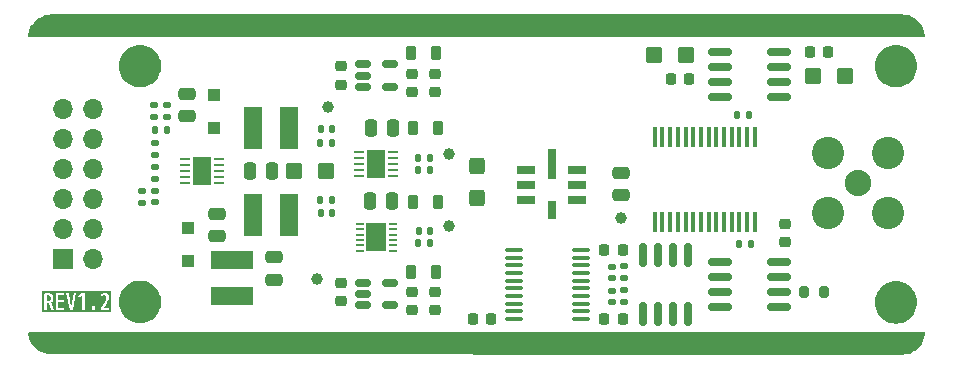
<source format=gbr>
%TF.GenerationSoftware,KiCad,Pcbnew,(6.0.5)*%
%TF.CreationDate,2022-10-08T22:42:16+08:00*%
%TF.ProjectId,LabPrecisionVoltageSource_V1.2,4c616250-7265-4636-9973-696f6e566f6c,rev?*%
%TF.SameCoordinates,Original*%
%TF.FileFunction,Soldermask,Top*%
%TF.FilePolarity,Negative*%
%FSLAX46Y46*%
G04 Gerber Fmt 4.6, Leading zero omitted, Abs format (unit mm)*
G04 Created by KiCad (PCBNEW (6.0.5)) date 2022-10-08 22:42:16*
%MOMM*%
%LPD*%
G01*
G04 APERTURE LIST*
G04 Aperture macros list*
%AMRoundRect*
0 Rectangle with rounded corners*
0 $1 Rounding radius*
0 $2 $3 $4 $5 $6 $7 $8 $9 X,Y pos of 4 corners*
0 Add a 4 corners polygon primitive as box body*
4,1,4,$2,$3,$4,$5,$6,$7,$8,$9,$2,$3,0*
0 Add four circle primitives for the rounded corners*
1,1,$1+$1,$2,$3*
1,1,$1+$1,$4,$5*
1,1,$1+$1,$6,$7*
1,1,$1+$1,$8,$9*
0 Add four rect primitives between the rounded corners*
20,1,$1+$1,$2,$3,$4,$5,0*
20,1,$1+$1,$4,$5,$6,$7,0*
20,1,$1+$1,$6,$7,$8,$9,0*
20,1,$1+$1,$8,$9,$2,$3,0*%
G04 Aperture macros list end*
%ADD10C,2.240000*%
%ADD11C,2.740000*%
%ADD12RoundRect,0.225000X0.250000X-0.225000X0.250000X0.225000X-0.250000X0.225000X-0.250000X-0.225000X0*%
%ADD13C,2.200000*%
%ADD14RoundRect,0.218750X-0.218750X-0.381250X0.218750X-0.381250X0.218750X0.381250X-0.218750X0.381250X0*%
%ADD15RoundRect,0.150000X0.150000X-0.825000X0.150000X0.825000X-0.150000X0.825000X-0.150000X-0.825000X0*%
%ADD16RoundRect,0.150000X-0.512500X-0.150000X0.512500X-0.150000X0.512500X0.150000X-0.512500X0.150000X0*%
%ADD17RoundRect,0.225000X0.225000X0.250000X-0.225000X0.250000X-0.225000X-0.250000X0.225000X-0.250000X0*%
%ADD18R,0.700000X0.250000*%
%ADD19R,1.660000X2.380000*%
%ADD20R,1.700000X1.700000*%
%ADD21O,1.700000X1.700000*%
%ADD22RoundRect,0.225000X-0.225000X-0.250000X0.225000X-0.250000X0.225000X0.250000X-0.225000X0.250000X0*%
%ADD23C,1.000000*%
%ADD24RoundRect,0.062500X-0.362500X-0.062500X0.362500X-0.062500X0.362500X0.062500X-0.362500X0.062500X0*%
%ADD25R,1.650000X2.380000*%
%ADD26RoundRect,0.140000X-0.170000X0.140000X-0.170000X-0.140000X0.170000X-0.140000X0.170000X0.140000X0*%
%ADD27RoundRect,0.250000X-0.425000X0.450000X-0.425000X-0.450000X0.425000X-0.450000X0.425000X0.450000X0*%
%ADD28RoundRect,0.135000X-0.135000X-0.185000X0.135000X-0.185000X0.135000X0.185000X-0.135000X0.185000X0*%
%ADD29RoundRect,0.250000X-0.450000X-0.425000X0.450000X-0.425000X0.450000X0.425000X-0.450000X0.425000X0*%
%ADD30R,1.100000X1.100000*%
%ADD31RoundRect,0.150000X-0.825000X-0.150000X0.825000X-0.150000X0.825000X0.150000X-0.825000X0.150000X0*%
%ADD32RoundRect,0.250000X0.250000X0.475000X-0.250000X0.475000X-0.250000X-0.475000X0.250000X-0.475000X0*%
%ADD33R,0.450000X1.750000*%
%ADD34R,3.600000X1.500000*%
%ADD35R,1.500000X3.600000*%
%ADD36RoundRect,0.135000X-0.185000X0.135000X-0.185000X-0.135000X0.185000X-0.135000X0.185000X0.135000X0*%
%ADD37RoundRect,0.135000X0.185000X-0.135000X0.185000X0.135000X-0.185000X0.135000X-0.185000X-0.135000X0*%
%ADD38RoundRect,0.140000X0.140000X0.170000X-0.140000X0.170000X-0.140000X-0.170000X0.140000X-0.170000X0*%
%ADD39RoundRect,0.250000X-0.475000X0.250000X-0.475000X-0.250000X0.475000X-0.250000X0.475000X0.250000X0*%
%ADD40RoundRect,0.140000X0.170000X-0.140000X0.170000X0.140000X-0.170000X0.140000X-0.170000X-0.140000X0*%
%ADD41RoundRect,0.140000X-0.140000X-0.170000X0.140000X-0.170000X0.140000X0.170000X-0.140000X0.170000X0*%
%ADD42RoundRect,0.100000X0.637500X0.100000X-0.637500X0.100000X-0.637500X-0.100000X0.637500X-0.100000X0*%
%ADD43RoundRect,0.250000X0.475000X-0.250000X0.475000X0.250000X-0.475000X0.250000X-0.475000X-0.250000X0*%
%ADD44RoundRect,0.250000X0.450000X0.425000X-0.450000X0.425000X-0.450000X-0.425000X0.450000X-0.425000X0*%
%ADD45RoundRect,0.250000X-0.250000X-0.475000X0.250000X-0.475000X0.250000X0.475000X-0.250000X0.475000X0*%
%ADD46RoundRect,0.200000X0.200000X0.275000X-0.200000X0.275000X-0.200000X-0.275000X0.200000X-0.275000X0*%
%ADD47RoundRect,0.135000X0.135000X0.185000X-0.135000X0.185000X-0.135000X-0.185000X0.135000X-0.185000X0*%
%ADD48R,1.500000X0.700000*%
%ADD49R,0.700000X1.500000*%
%ADD50R,0.700000X2.500000*%
G04 APERTURE END LIST*
%TO.C,kibuzzard-63418A4B*%
G36*
X120304717Y-103836400D02*
G01*
X126095282Y-103836400D01*
X126095282Y-105563600D01*
X120304717Y-105563600D01*
X120304717Y-105404850D01*
X120463467Y-105404850D01*
X120676827Y-105404850D01*
X120676827Y-104827635D01*
X120751122Y-104827635D01*
X120866375Y-104864782D01*
X120902808Y-104918361D01*
X120934002Y-105004800D01*
X121044492Y-105404850D01*
X121263567Y-105404850D01*
X121454067Y-105404850D01*
X122120817Y-105404850D01*
X122120817Y-105239115D01*
X121667427Y-105239115D01*
X121667427Y-104738100D01*
X122101767Y-104738100D01*
X122101767Y-104576175D01*
X121667427Y-104576175D01*
X121667427Y-104179935D01*
X122120817Y-104179935D01*
X122120817Y-104014200D01*
X122301792Y-104014200D01*
X122610402Y-105404850D01*
X122858052Y-105404850D01*
X123083494Y-104395200D01*
X123351448Y-104395200D01*
X123679108Y-104212320D01*
X123682917Y-104214225D01*
X123682917Y-105404850D01*
X123896277Y-105404850D01*
X124492543Y-105404850D01*
X124797343Y-105404850D01*
X125250733Y-105404850D01*
X125936532Y-105404850D01*
X125936532Y-105239115D01*
X125471713Y-105239115D01*
X125471713Y-105235305D01*
X125583453Y-105102193D01*
X125678643Y-104977178D01*
X125757284Y-104860258D01*
X125819375Y-104751435D01*
X125879171Y-104615545D01*
X125915048Y-104487275D01*
X125927008Y-104366625D01*
X125905338Y-104205891D01*
X125840330Y-104089448D01*
X125734364Y-104018724D01*
X125589822Y-103995150D01*
X125469173Y-104006157D01*
X125356143Y-104039177D01*
X125250733Y-104094210D01*
X125250733Y-104273280D01*
X125358048Y-104210838D01*
X125456473Y-104173373D01*
X125546008Y-104160885D01*
X125670785Y-104212320D01*
X125701503Y-104278995D01*
X125711743Y-104376150D01*
X125702334Y-104480536D01*
X125674109Y-104591221D01*
X125627067Y-104708203D01*
X125561209Y-104831484D01*
X125476533Y-104961063D01*
X125373041Y-105096940D01*
X125250733Y-105239115D01*
X125250733Y-105404850D01*
X124797343Y-105404850D01*
X124797343Y-105081000D01*
X124492543Y-105081000D01*
X124492543Y-105404850D01*
X123896277Y-105404850D01*
X123896277Y-104014200D01*
X123684822Y-104014200D01*
X123351448Y-104208510D01*
X123351448Y-104395200D01*
X123083494Y-104395200D01*
X123168567Y-104014200D01*
X122957112Y-104014200D01*
X122739943Y-105214350D01*
X122738037Y-105214350D01*
X122520867Y-104014200D01*
X122301792Y-104014200D01*
X122120817Y-104014200D01*
X121454067Y-104014200D01*
X121454067Y-105404850D01*
X121263567Y-105404850D01*
X121145457Y-105016230D01*
X121084497Y-104866687D01*
X121012107Y-104772390D01*
X121012107Y-104768580D01*
X121105452Y-104714049D01*
X121172127Y-104636182D01*
X121212132Y-104534979D01*
X121225467Y-104410440D01*
X121213720Y-104279736D01*
X121178477Y-104174643D01*
X121119740Y-104095163D01*
X121035814Y-104039600D01*
X120925007Y-104006262D01*
X120787317Y-103995150D01*
X120677674Y-103999383D01*
X120569724Y-104012083D01*
X120463467Y-104033250D01*
X120463467Y-105404850D01*
X120304717Y-105404850D01*
X120304717Y-103836400D01*
G37*
G36*
X120888759Y-104175887D02*
G01*
X120960672Y-104220893D01*
X121003535Y-104298283D01*
X121017822Y-104410440D01*
X121002582Y-104527597D01*
X120956862Y-104604750D01*
X120874947Y-104647613D01*
X120751122Y-104661900D01*
X120676827Y-104661900D01*
X120676827Y-104176125D01*
X120787317Y-104160885D01*
X120888759Y-104175887D01*
G37*
%TD*%
D10*
%TO.C,J101*%
X189400000Y-94700000D03*
D11*
X186860000Y-92160000D03*
X191940000Y-92160000D03*
X186860000Y-97240000D03*
X191940000Y-97240000D03*
%TD*%
D12*
%TO.C,C205*%
X153571141Y-86950863D03*
X153571141Y-85400863D03*
%TD*%
D13*
%TO.C,H103*%
X128578396Y-84775865D03*
%TD*%
D14*
%TO.C,FB204*%
X151708643Y-96238866D03*
X153833643Y-96238866D03*
%TD*%
D15*
%TO.C,U501*%
X171177437Y-105753743D03*
X172447437Y-105753743D03*
X173717437Y-105753743D03*
X174987437Y-105753743D03*
X174987437Y-100803743D03*
X173717437Y-100803743D03*
X172447437Y-100803743D03*
X171177437Y-100803743D03*
%TD*%
D14*
%TO.C,FB203*%
X151508642Y-102175863D03*
X153633642Y-102175863D03*
%TD*%
D16*
%TO.C,U201*%
X147433641Y-84625863D03*
X147433641Y-85575863D03*
X147433641Y-86525863D03*
X149708641Y-86525863D03*
X149708641Y-84625863D03*
%TD*%
D17*
%TO.C,C405*%
X175046142Y-85875863D03*
X173496142Y-85875863D03*
%TD*%
D18*
%TO.C,U205*%
X147169142Y-98149864D03*
X147169142Y-98599864D03*
X147169142Y-99049864D03*
X147169142Y-99499864D03*
X147169142Y-99949864D03*
X147169142Y-100399864D03*
X149969142Y-100399864D03*
X149969142Y-99949864D03*
X149969142Y-99499864D03*
X149969142Y-99049864D03*
X149969142Y-98599864D03*
X149969142Y-98149864D03*
D19*
X148569142Y-99274864D03*
%TD*%
D20*
%TO.C,J102*%
X122081141Y-101069677D03*
D21*
X124621141Y-101069677D03*
X122081141Y-98529677D03*
X124621141Y-98529677D03*
X122081141Y-95989677D03*
X124621141Y-95989677D03*
X122081141Y-93449677D03*
X124621141Y-93449677D03*
X122081141Y-90909677D03*
X124621141Y-90909677D03*
X122081141Y-88369677D03*
X124621141Y-88369677D03*
%TD*%
D22*
%TO.C,C504*%
X167886671Y-100313456D03*
X169436671Y-100313456D03*
%TD*%
D23*
%TO.C,TP204*%
X154771140Y-98325864D03*
%TD*%
D24*
%TO.C,U202*%
X147104512Y-92075864D03*
X147104512Y-92575864D03*
X147104512Y-93075864D03*
X147104512Y-93575864D03*
X147104512Y-94075864D03*
X150004512Y-94075864D03*
X150004512Y-93575864D03*
X150004512Y-93075864D03*
X150004512Y-92575864D03*
X150004512Y-92075864D03*
D25*
X148554512Y-93075864D03*
%TD*%
D23*
%TO.C,TP301*%
X169321143Y-97625862D03*
%TD*%
D26*
%TO.C,C502*%
X168521142Y-101765863D03*
X168521142Y-102725863D03*
%TD*%
D27*
%TO.C,C301*%
X157099142Y-93273865D03*
X157099142Y-95973865D03*
%TD*%
D26*
%TO.C,C213*%
X129876144Y-91301865D03*
X129876144Y-92261865D03*
%TD*%
D12*
%TO.C,C202*%
X151571141Y-86950863D03*
X151571141Y-85400863D03*
%TD*%
D28*
%TO.C,R202*%
X143844144Y-91245863D03*
X144864144Y-91245863D03*
%TD*%
D12*
%TO.C,C211*%
X151571141Y-105450864D03*
X151571141Y-103900864D03*
%TD*%
D29*
%TO.C,C404*%
X172121141Y-83875863D03*
X174821141Y-83875863D03*
%TD*%
D30*
%TO.C,D201*%
X134829143Y-87178865D03*
X134829143Y-89978865D03*
%TD*%
D31*
%TO.C,U401*%
X177696142Y-83620862D03*
X177696142Y-84890862D03*
X177696142Y-86160862D03*
X177696142Y-87430862D03*
X182646142Y-87430862D03*
X182646142Y-86160862D03*
X182646142Y-84890862D03*
X182646142Y-83620862D03*
%TD*%
D32*
%TO.C,C220*%
X149935770Y-96188864D03*
X148035770Y-96188864D03*
%TD*%
D33*
%TO.C,U402*%
X180607439Y-90786142D03*
X179957439Y-90786142D03*
X179307439Y-90786142D03*
X178657439Y-90786142D03*
X178007439Y-90786142D03*
X177357439Y-90786142D03*
X176707439Y-90786142D03*
X176057439Y-90786142D03*
X175407439Y-90786142D03*
X174757439Y-90786142D03*
X174107439Y-90786142D03*
X173457439Y-90786142D03*
X172807439Y-90786142D03*
X172157439Y-90786142D03*
X172157439Y-97986142D03*
X172807439Y-97986142D03*
X173457439Y-97986142D03*
X174107439Y-97986142D03*
X174757439Y-97986142D03*
X175407439Y-97986142D03*
X176057439Y-97986142D03*
X176707439Y-97986142D03*
X177357439Y-97986142D03*
X178007439Y-97986142D03*
X178657439Y-97986142D03*
X179307439Y-97986142D03*
X179957439Y-97986142D03*
X180607439Y-97986142D03*
%TD*%
D34*
%TO.C,L203*%
X136353141Y-101150863D03*
X136353141Y-104200863D03*
%TD*%
D23*
%TO.C,TP201*%
X144471144Y-88275862D03*
%TD*%
D24*
%TO.C,U204*%
X132363143Y-92658865D03*
X132363143Y-93158865D03*
X132363143Y-93658865D03*
X132363143Y-94158865D03*
X132363143Y-94658865D03*
X135263143Y-94658865D03*
X135263143Y-94158865D03*
X135263143Y-93658865D03*
X135263143Y-93158865D03*
X135263143Y-92658865D03*
D25*
X133813143Y-93658865D03*
%TD*%
D35*
%TO.C,L202*%
X141180141Y-97341863D03*
X138130141Y-97341863D03*
%TD*%
D23*
%TO.C,TP203*%
X143571142Y-102775865D03*
%TD*%
D36*
%TO.C,R207*%
X128733142Y-95307865D03*
X128733142Y-96327865D03*
%TD*%
D37*
%TO.C,R204*%
X129714641Y-89075864D03*
X129714641Y-88055864D03*
%TD*%
D38*
%TO.C,C215*%
X144834142Y-97214861D03*
X143874142Y-97214861D03*
%TD*%
D32*
%TO.C,C208*%
X150012512Y-90027862D03*
X148112512Y-90027862D03*
%TD*%
D39*
%TO.C,C209*%
X132543141Y-87120863D03*
X132543141Y-89020863D03*
%TD*%
D40*
%TO.C,C218*%
X129876144Y-96297865D03*
X129876144Y-95337865D03*
%TD*%
D12*
%TO.C,C409*%
X183171142Y-99650863D03*
X183171142Y-98100863D03*
%TD*%
D14*
%TO.C,FB202*%
X151708640Y-90027862D03*
X153833640Y-90027862D03*
%TD*%
D41*
%TO.C,C216*%
X152153140Y-98766865D03*
X153113140Y-98766865D03*
%TD*%
D23*
%TO.C,TP202*%
X154771140Y-92175865D03*
%TD*%
D42*
%TO.C,U502*%
X165933642Y-106200863D03*
X165933642Y-105550863D03*
X165933642Y-104900863D03*
X165933642Y-104250863D03*
X165933642Y-103600863D03*
X165933642Y-102950863D03*
X165933642Y-102300863D03*
X165933642Y-101650863D03*
X165933642Y-101000863D03*
X165933642Y-100350863D03*
X160208642Y-100350863D03*
X160208642Y-101000863D03*
X160208642Y-101650863D03*
X160208642Y-102300863D03*
X160208642Y-102950863D03*
X160208642Y-103600863D03*
X160208642Y-104250863D03*
X160208642Y-104900863D03*
X160208642Y-105550863D03*
X160208642Y-106200863D03*
%TD*%
D41*
%TO.C,C204*%
X152138514Y-92567866D03*
X153098514Y-92567866D03*
%TD*%
D28*
%TO.C,R203*%
X129839639Y-90216865D03*
X130859639Y-90216865D03*
%TD*%
D38*
%TO.C,C210*%
X144834144Y-90102864D03*
X143874144Y-90102864D03*
%TD*%
D41*
%TO.C,C406*%
X179141140Y-88925864D03*
X180101140Y-88925864D03*
%TD*%
D22*
%TO.C,C507*%
X156726643Y-106220363D03*
X158276643Y-106220363D03*
%TD*%
D36*
%TO.C,R502*%
X169537141Y-101735863D03*
X169537141Y-102755863D03*
%TD*%
D39*
%TO.C,C219*%
X139909140Y-100963865D03*
X139909140Y-102863865D03*
%TD*%
D31*
%TO.C,U403*%
X177696142Y-101370863D03*
X177696142Y-102640863D03*
X177696142Y-103910863D03*
X177696142Y-105180863D03*
X182646142Y-105180863D03*
X182646142Y-103910863D03*
X182646142Y-102640863D03*
X182646142Y-101370863D03*
%TD*%
D43*
%TO.C,C303*%
X169321144Y-95725864D03*
X169321144Y-93825864D03*
%TD*%
D38*
%TO.C,C410*%
X180262436Y-99825865D03*
X179302436Y-99825865D03*
%TD*%
D14*
%TO.C,FB201*%
X151508642Y-83675865D03*
X153633642Y-83675865D03*
%TD*%
D22*
%TO.C,C408*%
X185296139Y-83575863D03*
X186846139Y-83575863D03*
%TD*%
D44*
%TO.C,C206*%
X144307141Y-93658865D03*
X141607141Y-93658865D03*
%TD*%
D45*
%TO.C,C203*%
X137882142Y-93658861D03*
X139782142Y-93658861D03*
%TD*%
D13*
%TO.C,H104*%
X192574195Y-84775863D03*
%TD*%
D12*
%TO.C,C207*%
X145571142Y-104650863D03*
X145571142Y-103100863D03*
%TD*%
D43*
%TO.C,C217*%
X135083140Y-99180864D03*
X135083140Y-97280864D03*
%TD*%
D46*
%TO.C,R403*%
X186476641Y-103910364D03*
X184826641Y-103910364D03*
%TD*%
D47*
%TO.C,R205*%
X153143140Y-99782863D03*
X152123140Y-99782863D03*
%TD*%
%TO.C,R206*%
X144866141Y-96071864D03*
X143846141Y-96071864D03*
%TD*%
D30*
%TO.C,D202*%
X132670142Y-98481866D03*
X132670142Y-101281866D03*
%TD*%
D36*
%TO.C,R208*%
X129876144Y-93275865D03*
X129876144Y-94295865D03*
%TD*%
D13*
%TO.C,H102*%
X128578398Y-104725861D03*
%TD*%
D48*
%TO.C,U301*%
X161271143Y-93575862D03*
X161271143Y-94825862D03*
X161271143Y-96075862D03*
D49*
X163421143Y-96975862D03*
D48*
X165571143Y-96075862D03*
X165571143Y-94825862D03*
X165571143Y-93575862D03*
D50*
X163421143Y-93075862D03*
%TD*%
D40*
%TO.C,C501*%
X168521142Y-104757863D03*
X168521142Y-103797863D03*
%TD*%
D16*
%TO.C,U203*%
X147433641Y-103125863D03*
X147433641Y-104075863D03*
X147433641Y-105025863D03*
X149708641Y-105025863D03*
X149708641Y-103125863D03*
%TD*%
D47*
%TO.C,R201*%
X153128511Y-93583863D03*
X152108511Y-93583863D03*
%TD*%
D12*
%TO.C,C214*%
X153571141Y-105450863D03*
X153571141Y-103900863D03*
%TD*%
D29*
%TO.C,C403*%
X185521142Y-85575863D03*
X188221142Y-85575863D03*
%TD*%
D37*
%TO.C,R501*%
X169537139Y-104787863D03*
X169537139Y-103767863D03*
%TD*%
D13*
%TO.C,H101*%
X192574196Y-104775862D03*
%TD*%
D35*
%TO.C,L201*%
X138130141Y-89975864D03*
X141180141Y-89975864D03*
%TD*%
D26*
%TO.C,C212*%
X130857641Y-88085864D03*
X130857641Y-89045864D03*
%TD*%
D12*
%TO.C,C201*%
X145571142Y-86350863D03*
X145571142Y-84800863D03*
%TD*%
D22*
%TO.C,C505*%
X167876642Y-106220363D03*
X169426642Y-106220363D03*
%TD*%
G36*
X193076117Y-80400321D02*
G01*
X193346779Y-80419677D01*
X193364576Y-80422236D01*
X193625795Y-80479065D01*
X193643044Y-80484130D01*
X193893522Y-80577557D01*
X193909874Y-80585025D01*
X194144505Y-80713145D01*
X194159628Y-80722864D01*
X194373637Y-80883070D01*
X194387224Y-80894843D01*
X194576259Y-81083879D01*
X194588031Y-81097464D01*
X194748238Y-81311473D01*
X194757957Y-81326597D01*
X194886078Y-81561230D01*
X194893546Y-81577583D01*
X194986970Y-81828057D01*
X194992035Y-81845305D01*
X195048864Y-82106527D01*
X195051423Y-82124320D01*
X195054334Y-82165008D01*
X195039244Y-82234383D01*
X194989043Y-82284586D01*
X194928655Y-82300000D01*
X119226000Y-82300000D01*
X119157879Y-82279998D01*
X119111386Y-82226342D01*
X119100000Y-82174000D01*
X119100000Y-82089545D01*
X119102881Y-82062755D01*
X119150196Y-81845309D01*
X119155262Y-81828061D01*
X119248700Y-81577582D01*
X119256167Y-81561231D01*
X119384296Y-81326598D01*
X119394016Y-81311475D01*
X119554230Y-81097469D01*
X119566002Y-81083884D01*
X119755040Y-80894852D01*
X119768626Y-80883080D01*
X119982640Y-80722874D01*
X119997763Y-80713155D01*
X120232401Y-80585033D01*
X120248752Y-80577566D01*
X120499230Y-80484140D01*
X120516479Y-80479075D01*
X120777695Y-80422247D01*
X120795503Y-80419687D01*
X121066659Y-80400320D01*
X121075636Y-80400000D01*
X193067129Y-80400000D01*
X193076117Y-80400321D01*
G37*
G36*
X194996795Y-107320002D02*
G01*
X195043288Y-107373658D01*
X195054354Y-107434981D01*
X195051451Y-107475606D01*
X195048892Y-107493407D01*
X194992070Y-107754630D01*
X194987005Y-107771880D01*
X194893583Y-108022360D01*
X194886115Y-108038713D01*
X194757994Y-108273352D01*
X194748274Y-108288476D01*
X194588068Y-108502486D01*
X194576295Y-108516073D01*
X194387256Y-108705109D01*
X194373669Y-108716882D01*
X194159653Y-108877090D01*
X194144529Y-108886809D01*
X193909897Y-109014923D01*
X193893543Y-109022392D01*
X193643053Y-109115814D01*
X193625803Y-109120878D01*
X193364572Y-109177699D01*
X193346794Y-109180256D01*
X193075647Y-109199677D01*
X193066620Y-109199999D01*
X121075630Y-109185788D01*
X121066656Y-109185466D01*
X120795496Y-109166050D01*
X120777714Y-109163493D01*
X120516481Y-109106670D01*
X120499231Y-109101605D01*
X120248753Y-109008186D01*
X120232400Y-109000718D01*
X119997769Y-108872604D01*
X119982645Y-108862885D01*
X119768632Y-108702679D01*
X119755045Y-108690906D01*
X119566010Y-108501874D01*
X119554237Y-108488288D01*
X119394030Y-108274279D01*
X119384311Y-108259154D01*
X119256193Y-108024524D01*
X119248724Y-108008171D01*
X119155302Y-107757694D01*
X119150237Y-107740445D01*
X119093411Y-107479217D01*
X119090853Y-107461423D01*
X119090321Y-107453985D01*
X119090000Y-107444996D01*
X119090000Y-107426000D01*
X119110002Y-107357879D01*
X119163658Y-107311386D01*
X119216000Y-107300000D01*
X194928674Y-107300000D01*
X194996795Y-107320002D01*
G37*
G36*
X192821376Y-102993541D02*
G01*
X192839172Y-102996100D01*
X193072506Y-103046860D01*
X193089754Y-103051924D01*
X193313499Y-103135375D01*
X193329853Y-103142844D01*
X193539442Y-103257289D01*
X193554565Y-103267008D01*
X193745734Y-103410116D01*
X193759320Y-103421889D01*
X193928169Y-103590738D01*
X193939942Y-103604324D01*
X194083050Y-103795493D01*
X194092769Y-103810616D01*
X194207214Y-104020205D01*
X194214683Y-104036559D01*
X194298134Y-104260304D01*
X194303198Y-104277552D01*
X194353958Y-104510886D01*
X194356517Y-104528682D01*
X194373552Y-104766874D01*
X194373552Y-104784850D01*
X194356517Y-105023042D01*
X194353958Y-105040838D01*
X194303198Y-105274172D01*
X194298134Y-105291420D01*
X194214683Y-105515165D01*
X194207214Y-105531519D01*
X194092769Y-105741108D01*
X194083050Y-105756231D01*
X193939943Y-105947400D01*
X193928170Y-105960986D01*
X193759320Y-106129836D01*
X193745734Y-106141609D01*
X193554563Y-106284718D01*
X193539440Y-106294437D01*
X193329855Y-106408880D01*
X193313501Y-106416349D01*
X193089754Y-106499801D01*
X193072506Y-106504865D01*
X192839172Y-106555625D01*
X192821377Y-106558184D01*
X192583178Y-106575220D01*
X192565200Y-106575220D01*
X192327020Y-106558184D01*
X192309226Y-106555626D01*
X192075881Y-106504865D01*
X192058632Y-106499800D01*
X191834893Y-106416351D01*
X191818540Y-106408883D01*
X191608950Y-106294438D01*
X191593826Y-106284718D01*
X191402658Y-106141611D01*
X191389072Y-106129838D01*
X191220222Y-105960988D01*
X191208449Y-105947402D01*
X191065340Y-105756231D01*
X191055621Y-105741108D01*
X190941178Y-105531523D01*
X190933709Y-105515169D01*
X190850257Y-105291423D01*
X190845193Y-105274175D01*
X190794433Y-105040840D01*
X190791874Y-105023044D01*
X190774839Y-104784850D01*
X190774839Y-104766874D01*
X190791874Y-104528683D01*
X190794433Y-104510887D01*
X190845193Y-104277552D01*
X190850257Y-104260304D01*
X190933709Y-104036558D01*
X190941178Y-104020204D01*
X191055621Y-103810618D01*
X191065340Y-103795495D01*
X191208449Y-103604325D01*
X191220222Y-103590739D01*
X191389072Y-103421889D01*
X191402658Y-103410116D01*
X191593828Y-103267007D01*
X191608951Y-103257288D01*
X191818537Y-103142845D01*
X191834891Y-103135376D01*
X192058637Y-103051924D01*
X192075885Y-103046860D01*
X192309220Y-102996100D01*
X192327016Y-102993541D01*
X192565208Y-102976506D01*
X192583184Y-102976506D01*
X192821376Y-102993541D01*
G37*
G36*
X128825572Y-102943542D02*
G01*
X128843367Y-102946101D01*
X129076711Y-102996862D01*
X129093960Y-103001926D01*
X129317700Y-103085375D01*
X129334054Y-103092844D01*
X129543643Y-103207289D01*
X129558766Y-103217008D01*
X129749935Y-103360115D01*
X129763521Y-103371888D01*
X129932371Y-103540738D01*
X129944144Y-103554324D01*
X130087251Y-103745493D01*
X130096971Y-103760617D01*
X130211416Y-103970207D01*
X130218884Y-103986560D01*
X130302334Y-104210299D01*
X130307398Y-104227548D01*
X130358159Y-104460892D01*
X130360718Y-104478687D01*
X130377753Y-104716874D01*
X130377753Y-104734851D01*
X130360717Y-104973038D01*
X130358159Y-104990832D01*
X130307398Y-105224177D01*
X130302333Y-105241426D01*
X130218883Y-105465165D01*
X130211415Y-105481518D01*
X130096970Y-105691108D01*
X130087250Y-105706232D01*
X129944146Y-105897397D01*
X129932373Y-105910984D01*
X129763515Y-106079841D01*
X129749929Y-106091613D01*
X129558762Y-106234719D01*
X129543639Y-106244438D01*
X129334054Y-106358881D01*
X129317700Y-106366350D01*
X129093953Y-106449802D01*
X129076705Y-106454866D01*
X128843370Y-106505626D01*
X128825574Y-106508185D01*
X128587382Y-106525220D01*
X128569406Y-106525220D01*
X128331214Y-106508185D01*
X128313418Y-106505626D01*
X128080083Y-106454866D01*
X128062835Y-106449802D01*
X127839089Y-106366350D01*
X127822735Y-106358881D01*
X127613149Y-106244438D01*
X127598026Y-106234719D01*
X127406860Y-106091613D01*
X127393274Y-106079841D01*
X127224417Y-105910985D01*
X127212644Y-105897398D01*
X127069540Y-105706234D01*
X127059820Y-105691110D01*
X126945375Y-105481519D01*
X126937907Y-105465166D01*
X126854458Y-105241427D01*
X126849394Y-105224178D01*
X126798633Y-104990834D01*
X126796074Y-104973039D01*
X126779039Y-104734850D01*
X126779039Y-104716873D01*
X126796074Y-104478688D01*
X126798632Y-104460894D01*
X126849392Y-104227552D01*
X126854457Y-104210302D01*
X126937910Y-103986556D01*
X126945379Y-103970203D01*
X127059821Y-103760620D01*
X127069540Y-103745497D01*
X127212649Y-103554326D01*
X127224422Y-103540740D01*
X127393272Y-103371890D01*
X127406858Y-103360117D01*
X127598029Y-103217008D01*
X127613152Y-103207289D01*
X127822735Y-103092847D01*
X127839088Y-103085378D01*
X128062834Y-103001925D01*
X128080084Y-102996860D01*
X128313426Y-102946100D01*
X128331221Y-102943542D01*
X128569409Y-102926507D01*
X128587385Y-102926507D01*
X128825572Y-102943542D01*
G37*
G36*
X192821375Y-82993542D02*
G01*
X192839171Y-82996101D01*
X193072506Y-83046861D01*
X193089754Y-83051925D01*
X193313501Y-83135377D01*
X193329855Y-83142846D01*
X193539440Y-83257289D01*
X193554563Y-83267008D01*
X193745734Y-83410117D01*
X193759320Y-83421890D01*
X193928170Y-83590740D01*
X193939943Y-83604326D01*
X194083050Y-83795495D01*
X194092770Y-83810619D01*
X194207215Y-84020209D01*
X194214683Y-84036562D01*
X194298133Y-84260301D01*
X194303198Y-84277550D01*
X194353959Y-84510895D01*
X194356517Y-84528689D01*
X194373552Y-84766874D01*
X194373552Y-84784852D01*
X194356516Y-85023042D01*
X194353958Y-85040836D01*
X194303198Y-85274177D01*
X194298133Y-85291427D01*
X194214680Y-85515171D01*
X194207212Y-85531523D01*
X194092769Y-85741111D01*
X194083049Y-85756235D01*
X193939942Y-85947403D01*
X193928169Y-85960989D01*
X193759319Y-86129839D01*
X193745733Y-86141612D01*
X193554564Y-86284719D01*
X193539441Y-86294438D01*
X193329852Y-86408883D01*
X193313498Y-86416352D01*
X193089758Y-86499801D01*
X193072509Y-86504865D01*
X192839165Y-86555626D01*
X192821371Y-86558185D01*
X192583184Y-86575221D01*
X192565206Y-86575221D01*
X192327019Y-86558185D01*
X192309225Y-86555627D01*
X192075883Y-86504867D01*
X192058633Y-86499802D01*
X191834887Y-86416349D01*
X191818534Y-86408880D01*
X191608951Y-86294438D01*
X191593828Y-86284719D01*
X191402657Y-86141610D01*
X191389071Y-86129837D01*
X191220221Y-85960987D01*
X191208448Y-85947401D01*
X191065339Y-85756230D01*
X191055620Y-85741107D01*
X190941178Y-85531524D01*
X190933709Y-85515171D01*
X190850256Y-85291425D01*
X190845191Y-85274175D01*
X190794431Y-85040833D01*
X190791873Y-85023038D01*
X190774838Y-84784851D01*
X190774838Y-84766875D01*
X190791873Y-84528688D01*
X190794432Y-84510893D01*
X190845193Y-84277549D01*
X190850257Y-84260300D01*
X190933706Y-84036561D01*
X190941174Y-84020208D01*
X191055619Y-83810617D01*
X191065339Y-83795493D01*
X191208443Y-83604329D01*
X191220216Y-83590742D01*
X191389073Y-83421886D01*
X191402659Y-83410114D01*
X191593825Y-83267008D01*
X191608948Y-83257289D01*
X191818534Y-83142846D01*
X191834888Y-83135377D01*
X192058634Y-83051925D01*
X192075882Y-83046861D01*
X192309217Y-82996101D01*
X192327013Y-82993542D01*
X192565206Y-82976507D01*
X192583182Y-82976507D01*
X192821375Y-82993542D01*
G37*
G36*
X128825575Y-82993542D02*
G01*
X128843371Y-82996101D01*
X129076706Y-83046861D01*
X129093954Y-83051925D01*
X129317700Y-83135377D01*
X129334054Y-83142846D01*
X129543639Y-83257289D01*
X129558762Y-83267008D01*
X129749933Y-83410117D01*
X129763519Y-83421890D01*
X129932369Y-83590740D01*
X129944142Y-83604326D01*
X130087251Y-83795497D01*
X130096970Y-83810620D01*
X130211413Y-84020205D01*
X130218882Y-84036559D01*
X130302334Y-84260305D01*
X130307398Y-84277553D01*
X130358158Y-84510888D01*
X130360717Y-84528684D01*
X130377752Y-84766876D01*
X130377752Y-84784852D01*
X130360717Y-85023044D01*
X130358158Y-85040840D01*
X130307398Y-85274175D01*
X130302334Y-85291423D01*
X130218882Y-85515169D01*
X130211413Y-85531523D01*
X130096970Y-85741108D01*
X130087251Y-85756231D01*
X129944142Y-85947402D01*
X129932369Y-85960988D01*
X129763519Y-86129838D01*
X129749933Y-86141611D01*
X129558762Y-86284720D01*
X129543639Y-86294439D01*
X129334054Y-86408882D01*
X129317700Y-86416351D01*
X129093954Y-86499803D01*
X129076706Y-86504867D01*
X128843371Y-86555627D01*
X128825575Y-86558186D01*
X128587383Y-86575221D01*
X128569407Y-86575221D01*
X128331215Y-86558186D01*
X128313419Y-86555627D01*
X128080084Y-86504867D01*
X128062836Y-86499803D01*
X127839090Y-86416351D01*
X127822736Y-86408882D01*
X127613150Y-86294439D01*
X127598027Y-86284720D01*
X127406857Y-86141611D01*
X127393271Y-86129838D01*
X127224420Y-85960987D01*
X127212647Y-85947401D01*
X127069540Y-85756234D01*
X127059820Y-85741110D01*
X126945377Y-85531522D01*
X126937909Y-85515170D01*
X126854456Y-85291426D01*
X126849391Y-85274176D01*
X126798631Y-85040834D01*
X126796073Y-85023039D01*
X126779038Y-84784852D01*
X126779038Y-84766876D01*
X126796073Y-84528689D01*
X126798631Y-84510894D01*
X126849391Y-84277552D01*
X126854456Y-84260303D01*
X126937908Y-84036559D01*
X126945377Y-84020205D01*
X127059821Y-83810618D01*
X127069540Y-83795495D01*
X127212647Y-83604326D01*
X127224420Y-83590740D01*
X127393270Y-83421890D01*
X127406856Y-83410117D01*
X127598027Y-83267008D01*
X127613150Y-83257289D01*
X127822735Y-83142846D01*
X127839089Y-83135377D01*
X128062835Y-83051925D01*
X128080083Y-83046861D01*
X128313418Y-82996101D01*
X128331214Y-82993542D01*
X128569407Y-82976507D01*
X128587383Y-82976507D01*
X128825575Y-82993542D01*
G37*
M02*

</source>
